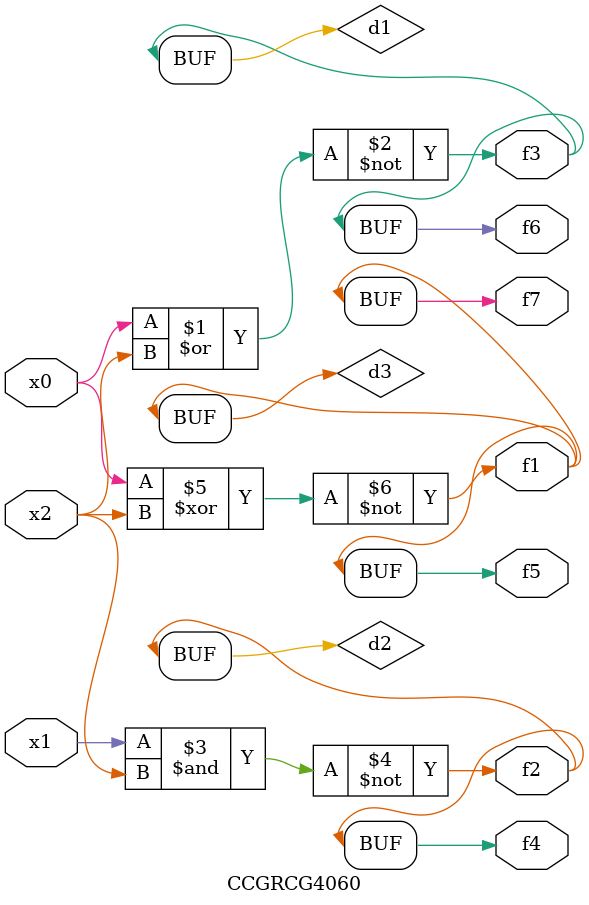
<source format=v>
module CCGRCG4060(
	input x0, x1, x2,
	output f1, f2, f3, f4, f5, f6, f7
);

	wire d1, d2, d3;

	nor (d1, x0, x2);
	nand (d2, x1, x2);
	xnor (d3, x0, x2);
	assign f1 = d3;
	assign f2 = d2;
	assign f3 = d1;
	assign f4 = d2;
	assign f5 = d3;
	assign f6 = d1;
	assign f7 = d3;
endmodule

</source>
